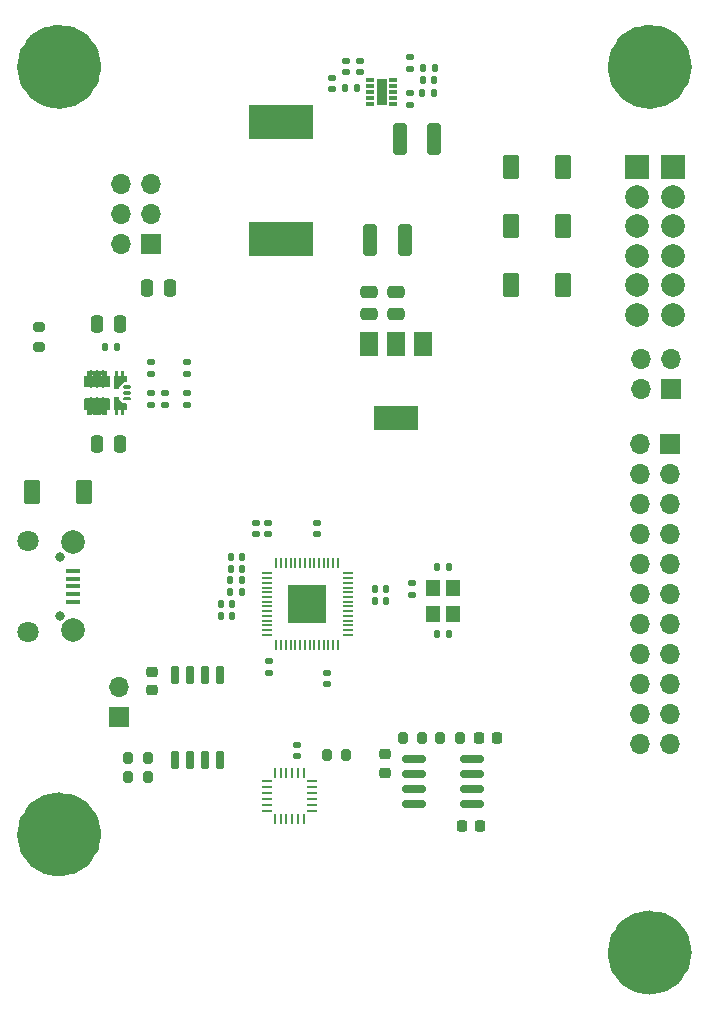
<source format=gts>
%TF.GenerationSoftware,KiCad,Pcbnew,7.0.9*%
%TF.CreationDate,2025-04-01T16:19:29-06:00*%
%TF.ProjectId,Power_Supply_Brain,506f7765-725f-4537-9570-706c795f4272,rev?*%
%TF.SameCoordinates,Original*%
%TF.FileFunction,Soldermask,Top*%
%TF.FilePolarity,Negative*%
%FSLAX46Y46*%
G04 Gerber Fmt 4.6, Leading zero omitted, Abs format (unit mm)*
G04 Created by KiCad (PCBNEW 7.0.9) date 2025-04-01 16:19:29*
%MOMM*%
%LPD*%
G01*
G04 APERTURE LIST*
G04 Aperture macros list*
%AMRoundRect*
0 Rectangle with rounded corners*
0 $1 Rounding radius*
0 $2 $3 $4 $5 $6 $7 $8 $9 X,Y pos of 4 corners*
0 Add a 4 corners polygon primitive as box body*
4,1,4,$2,$3,$4,$5,$6,$7,$8,$9,$2,$3,0*
0 Add four circle primitives for the rounded corners*
1,1,$1+$1,$2,$3*
1,1,$1+$1,$4,$5*
1,1,$1+$1,$6,$7*
1,1,$1+$1,$8,$9*
0 Add four rect primitives between the rounded corners*
20,1,$1+$1,$2,$3,$4,$5,0*
20,1,$1+$1,$4,$5,$6,$7,0*
20,1,$1+$1,$6,$7,$8,$9,0*
20,1,$1+$1,$8,$9,$2,$3,0*%
G04 Aperture macros list end*
%ADD10C,3.575000*%
%ADD11RoundRect,0.140000X0.170000X-0.140000X0.170000X0.140000X-0.170000X0.140000X-0.170000X-0.140000X0*%
%ADD12RoundRect,0.140000X0.140000X0.170000X-0.140000X0.170000X-0.140000X-0.170000X0.140000X-0.170000X0*%
%ADD13RoundRect,0.250000X-0.250000X-0.475000X0.250000X-0.475000X0.250000X0.475000X-0.250000X0.475000X0*%
%ADD14RoundRect,0.050000X0.050000X-0.387500X0.050000X0.387500X-0.050000X0.387500X-0.050000X-0.387500X0*%
%ADD15RoundRect,0.050000X0.387500X-0.050000X0.387500X0.050000X-0.387500X0.050000X-0.387500X-0.050000X0*%
%ADD16R,3.200000X3.200000*%
%ADD17RoundRect,0.250000X0.250000X0.475000X-0.250000X0.475000X-0.250000X-0.475000X0.250000X-0.475000X0*%
%ADD18RoundRect,0.135000X0.185000X-0.135000X0.185000X0.135000X-0.185000X0.135000X-0.185000X-0.135000X0*%
%ADD19RoundRect,0.225000X-0.250000X0.225000X-0.250000X-0.225000X0.250000X-0.225000X0.250000X0.225000X0*%
%ADD20RoundRect,0.150000X0.150000X-0.650000X0.150000X0.650000X-0.150000X0.650000X-0.150000X-0.650000X0*%
%ADD21RoundRect,0.225000X0.250000X-0.225000X0.250000X0.225000X-0.250000X0.225000X-0.250000X-0.225000X0*%
%ADD22RoundRect,0.135000X-0.135000X-0.185000X0.135000X-0.185000X0.135000X0.185000X-0.135000X0.185000X0*%
%ADD23RoundRect,0.200000X0.200000X0.275000X-0.200000X0.275000X-0.200000X-0.275000X0.200000X-0.275000X0*%
%ADD24RoundRect,0.250000X0.475000X-0.250000X0.475000X0.250000X-0.475000X0.250000X-0.475000X-0.250000X0*%
%ADD25R,1.700000X1.700000*%
%ADD26O,1.700000X1.700000*%
%ADD27R,1.500000X2.000000*%
%ADD28R,3.800000X2.000000*%
%ADD29RoundRect,0.250000X-0.450000X-0.800000X0.450000X-0.800000X0.450000X0.800000X-0.450000X0.800000X0*%
%ADD30RoundRect,0.135000X0.135000X0.185000X-0.135000X0.185000X-0.135000X-0.185000X0.135000X-0.185000X0*%
%ADD31RoundRect,0.200000X-0.200000X-0.275000X0.200000X-0.275000X0.200000X0.275000X-0.200000X0.275000X0*%
%ADD32C,0.800000*%
%ADD33R,1.300000X0.450000*%
%ADD34C,1.800000*%
%ADD35C,2.000000*%
%ADD36RoundRect,0.140000X-0.140000X-0.170000X0.140000X-0.170000X0.140000X0.170000X-0.140000X0.170000X0*%
%ADD37R,1.200000X1.400000*%
%ADD38RoundRect,0.135000X-0.185000X0.135000X-0.185000X-0.135000X0.185000X-0.135000X0.185000X0.135000X0*%
%ADD39R,5.400000X2.900000*%
%ADD40RoundRect,0.250000X-0.325000X-1.100000X0.325000X-1.100000X0.325000X1.100000X-0.325000X1.100000X0*%
%ADD41RoundRect,0.200000X0.275000X-0.200000X0.275000X0.200000X-0.275000X0.200000X-0.275000X-0.200000X0*%
%ADD42RoundRect,0.250000X0.325000X1.100000X-0.325000X1.100000X-0.325000X-1.100000X0.325000X-1.100000X0*%
%ADD43RoundRect,0.140000X-0.170000X0.140000X-0.170000X-0.140000X0.170000X-0.140000X0.170000X0.140000X0*%
%ADD44RoundRect,0.225000X0.225000X0.250000X-0.225000X0.250000X-0.225000X-0.250000X0.225000X-0.250000X0*%
%ADD45RoundRect,0.150000X-0.825000X-0.150000X0.825000X-0.150000X0.825000X0.150000X-0.825000X0.150000X0*%
%ADD46RoundRect,0.062500X-0.375000X-0.062500X0.375000X-0.062500X0.375000X0.062500X-0.375000X0.062500X0*%
%ADD47RoundRect,0.062500X-0.062500X-0.375000X0.062500X-0.375000X0.062500X0.375000X-0.062500X0.375000X0*%
%ADD48C,0.499999*%
%ADD49RoundRect,0.225000X-0.225000X-0.250000X0.225000X-0.250000X0.225000X0.250000X-0.225000X0.250000X0*%
%ADD50RoundRect,0.045000X0.305000X0.105000X-0.305000X0.105000X-0.305000X-0.105000X0.305000X-0.105000X0*%
%ADD51RoundRect,0.008000X0.392000X1.032000X-0.392000X1.032000X-0.392000X-1.032000X0.392000X-1.032000X0*%
%ADD52R,2.000000X2.000000*%
G04 APERTURE END LIST*
D10*
X176287500Y-140500000D02*
G75*
G03*
X176287500Y-140500000I-1787500J0D01*
G01*
X176287500Y-65500000D02*
G75*
G03*
X176287500Y-65500000I-1787500J0D01*
G01*
X126287500Y-65500000D02*
G75*
G03*
X126287500Y-65500000I-1787500J0D01*
G01*
X126287500Y-130500000D02*
G75*
G03*
X126287500Y-130500000I-1787500J0D01*
G01*
%TO.C,U3*%
G36*
X130625001Y-92540001D02*
G01*
X130625001Y-92660001D01*
X130525001Y-92760001D01*
X130024999Y-92760001D01*
X129924999Y-92660001D01*
X129924999Y-92540001D01*
X130024999Y-92439999D01*
X130525001Y-92439999D01*
X130625001Y-92540001D01*
G37*
G36*
X130625001Y-93040000D02*
G01*
X130625001Y-93160000D01*
X130525001Y-93260000D01*
X130024999Y-93260000D01*
X129924999Y-93160000D01*
X129924999Y-93040000D01*
X130024999Y-92940000D01*
X130525001Y-92940000D01*
X130625001Y-93040000D01*
G37*
G36*
X130625001Y-93539999D02*
G01*
X130625001Y-93659999D01*
X130525001Y-93760001D01*
X130024999Y-93760001D01*
X129924999Y-93659999D01*
X129924999Y-93539999D01*
X130024999Y-93439999D01*
X130525001Y-93439999D01*
X130625001Y-93539999D01*
G37*
G36*
X129499999Y-91300001D02*
G01*
X129499999Y-91600000D01*
X129549999Y-91650000D01*
X129699999Y-91650000D01*
X129750001Y-91600000D01*
X129750001Y-91300001D01*
X129800001Y-91250001D01*
X129950001Y-91250001D01*
X130000001Y-91300001D01*
X130000001Y-91600000D01*
X130050000Y-91650000D01*
X130174999Y-91650000D01*
X130224999Y-91700000D01*
X130224999Y-92175001D01*
X130174999Y-92225000D01*
X129967999Y-92225000D01*
X129932000Y-92239999D01*
X129585000Y-92587001D01*
X129569999Y-92623001D01*
X129569999Y-92710001D01*
X129519999Y-92760003D01*
X129200000Y-92760001D01*
X129150000Y-92710001D01*
X129150000Y-91700000D01*
X129200000Y-91650000D01*
X129250000Y-91600000D01*
X129250000Y-91300001D01*
X129299999Y-91250001D01*
X129449999Y-91250001D01*
X129499999Y-91300001D01*
G37*
G36*
X129569999Y-93489999D02*
G01*
X129569999Y-93576999D01*
X129585000Y-93612999D01*
X129932000Y-93960001D01*
X129967999Y-93975000D01*
X130174999Y-93975000D01*
X130224999Y-94024999D01*
X130224999Y-94500000D01*
X130174999Y-94550000D01*
X130050000Y-94550000D01*
X130000001Y-94600000D01*
X130000001Y-94899999D01*
X129950001Y-94949999D01*
X129800001Y-94949999D01*
X129750001Y-94899999D01*
X129750001Y-94600000D01*
X129699999Y-94550000D01*
X129549999Y-94550000D01*
X129499999Y-94600000D01*
X129499999Y-94899999D01*
X129449999Y-94949999D01*
X129299999Y-94949999D01*
X129250000Y-94899999D01*
X129250000Y-94600000D01*
X129200000Y-94550000D01*
X129150000Y-94500000D01*
X129150000Y-93489999D01*
X129200000Y-93439999D01*
X129519999Y-93439997D01*
X129569999Y-93489999D01*
G37*
G36*
X128584997Y-91300001D02*
G01*
X128585000Y-91600000D01*
X128634999Y-91650000D01*
X128750001Y-91650000D01*
X128799998Y-91700000D01*
X128800000Y-92599998D01*
X128750001Y-92650001D01*
X126650002Y-92650001D01*
X126600000Y-92600001D01*
X126600000Y-91700000D01*
X126650002Y-91650000D01*
X126785001Y-91650000D01*
X126835001Y-91600000D01*
X126835001Y-91300001D01*
X126885000Y-91250001D01*
X127035000Y-91250001D01*
X127085000Y-91300001D01*
X127085000Y-91600000D01*
X127135000Y-91650000D01*
X127285000Y-91650000D01*
X127335000Y-91600000D01*
X127335000Y-91300001D01*
X127384999Y-91250001D01*
X127534999Y-91250001D01*
X127585002Y-91300001D01*
X127585002Y-91600000D01*
X127634999Y-91650000D01*
X127785001Y-91650000D01*
X127835001Y-91600000D01*
X127835001Y-91300001D01*
X127885001Y-91250001D01*
X128035001Y-91250001D01*
X128085001Y-91300001D01*
X128085001Y-91600000D01*
X128135003Y-91650000D01*
X128285000Y-91650000D01*
X128335003Y-91600000D01*
X128335000Y-91300001D01*
X128384997Y-91250001D01*
X128535000Y-91249999D01*
X128584997Y-91300001D01*
G37*
G36*
X128800000Y-93600002D02*
G01*
X128799998Y-94499997D01*
X128750001Y-94550000D01*
X128634999Y-94550000D01*
X128585000Y-94600000D01*
X128584997Y-94899999D01*
X128535000Y-94950001D01*
X128384997Y-94949999D01*
X128335000Y-94899999D01*
X128335005Y-94600000D01*
X128285000Y-94550000D01*
X128135003Y-94550000D01*
X128085001Y-94600000D01*
X128085001Y-94899999D01*
X128035001Y-94949999D01*
X127885001Y-94949999D01*
X127835001Y-94899999D01*
X127835001Y-94600000D01*
X127784999Y-94550000D01*
X127635001Y-94550000D01*
X127584999Y-94600000D01*
X127585002Y-94899999D01*
X127534999Y-94949999D01*
X127384999Y-94949999D01*
X127335000Y-94899999D01*
X127335000Y-94600000D01*
X127285000Y-94550000D01*
X127135000Y-94550000D01*
X127085000Y-94600000D01*
X127085000Y-94899999D01*
X127035000Y-94949999D01*
X126885000Y-94949999D01*
X126835001Y-94900001D01*
X126835001Y-94600000D01*
X126785001Y-94550000D01*
X126650002Y-94550000D01*
X126600000Y-94500000D01*
X126600000Y-93599996D01*
X126650002Y-93549999D01*
X128750001Y-93549999D01*
X128800000Y-93600002D01*
G37*
%TD*%
D11*
%TO.C,C25*%
X144600000Y-123880000D03*
X144600000Y-122920000D03*
%TD*%
D12*
%TO.C,C14*%
X156260000Y-66650000D03*
X155300000Y-66650000D03*
%TD*%
D13*
%TO.C,C33*%
X127750000Y-97450000D03*
X129650000Y-97450000D03*
%TD*%
D12*
%TO.C,C18*%
X129380000Y-89250000D03*
X128420000Y-89250000D03*
%TD*%
D14*
%TO.C,U2*%
X142900000Y-114437500D03*
X143300000Y-114437500D03*
X143700000Y-114437500D03*
X144100000Y-114437500D03*
X144500000Y-114437500D03*
X144900000Y-114437500D03*
X145300000Y-114437500D03*
X145700000Y-114437500D03*
X146100000Y-114437500D03*
X146500000Y-114437500D03*
X146900000Y-114437500D03*
X147300000Y-114437500D03*
X147700000Y-114437500D03*
X148100000Y-114437500D03*
D15*
X148937500Y-113600000D03*
X148937500Y-113200000D03*
X148937500Y-112800000D03*
X148937500Y-112400000D03*
X148937500Y-112000000D03*
X148937500Y-111600000D03*
X148937500Y-111200000D03*
X148937500Y-110800000D03*
X148937500Y-110400000D03*
X148937500Y-110000000D03*
X148937500Y-109600000D03*
X148937500Y-109200000D03*
X148937500Y-108800000D03*
X148937500Y-108400000D03*
D14*
X148100000Y-107562500D03*
X147700000Y-107562500D03*
X147300000Y-107562500D03*
X146900000Y-107562500D03*
X146500000Y-107562500D03*
X146100000Y-107562500D03*
X145700000Y-107562500D03*
X145300000Y-107562500D03*
X144900000Y-107562500D03*
X144500000Y-107562500D03*
X144100000Y-107562500D03*
X143700000Y-107562500D03*
X143300000Y-107562500D03*
X142900000Y-107562500D03*
D15*
X142062500Y-108400000D03*
X142062500Y-108800000D03*
X142062500Y-109200000D03*
X142062500Y-109600000D03*
X142062500Y-110000000D03*
X142062500Y-110400000D03*
X142062500Y-110800000D03*
X142062500Y-111200000D03*
X142062500Y-111600000D03*
X142062500Y-112000000D03*
X142062500Y-112400000D03*
X142062500Y-112800000D03*
X142062500Y-113200000D03*
X142062500Y-113600000D03*
D16*
X145500000Y-111000000D03*
%TD*%
D17*
%TO.C,C15*%
X133850000Y-84200000D03*
X131950000Y-84200000D03*
%TD*%
D12*
%TO.C,C7*%
X139180000Y-111000000D03*
X138220000Y-111000000D03*
%TD*%
D11*
%TO.C,C3*%
X146325000Y-105105000D03*
X146325000Y-104145000D03*
%TD*%
D18*
%TO.C,R27*%
X154400000Y-110210000D03*
X154400000Y-109190000D03*
%TD*%
D19*
%TO.C,C19*%
X132400000Y-116725000D03*
X132400000Y-118275000D03*
%TD*%
D20*
%TO.C,U4*%
X134295000Y-124200000D03*
X135565000Y-124200000D03*
X136835000Y-124200000D03*
X138105000Y-124200000D03*
X138105000Y-117000000D03*
X136835000Y-117000000D03*
X135565000Y-117000000D03*
X134295000Y-117000000D03*
%TD*%
D18*
%TO.C,R35*%
X132300000Y-91560000D03*
X132300000Y-90540000D03*
%TD*%
D11*
%TO.C,C32*%
X133500000Y-94130000D03*
X133500000Y-93170000D03*
%TD*%
%TO.C,C1*%
X141200000Y-105080000D03*
X141200000Y-104120000D03*
%TD*%
D21*
%TO.C,C27*%
X152095000Y-125275000D03*
X152095000Y-123725000D03*
%TD*%
D22*
%TO.C,R15*%
X155190000Y-67700000D03*
X156210000Y-67700000D03*
%TD*%
D23*
%TO.C,R31*%
X148825000Y-123800000D03*
X147175000Y-123800000D03*
%TD*%
D18*
%TO.C,R14*%
X154200000Y-68710000D03*
X154200000Y-67690000D03*
%TD*%
D24*
%TO.C,C23*%
X153000000Y-86450000D03*
X153000000Y-84550000D03*
%TD*%
D25*
%TO.C,J1*%
X132300000Y-80500000D03*
D26*
X129760000Y-80500000D03*
X132300000Y-77960000D03*
X129760000Y-77960000D03*
X132300000Y-75420000D03*
X129760000Y-75420000D03*
%TD*%
D27*
%TO.C,U5*%
X155300000Y-88950000D03*
X153000000Y-88950000D03*
D28*
X153000000Y-95250000D03*
D27*
X150700000Y-88950000D03*
%TD*%
D12*
%TO.C,C20*%
X157480000Y-113500000D03*
X156520000Y-113500000D03*
%TD*%
D29*
%TO.C,D3*%
X162800000Y-84000000D03*
X167200000Y-84000000D03*
%TD*%
D12*
%TO.C,C10*%
X139180000Y-112000000D03*
X138220000Y-112000000D03*
%TD*%
D30*
%TO.C,R13*%
X156310000Y-65600000D03*
X155290000Y-65600000D03*
%TD*%
D11*
%TO.C,C2*%
X142200000Y-105080000D03*
X142200000Y-104120000D03*
%TD*%
D31*
%TO.C,R24*%
X130375000Y-125600000D03*
X132025000Y-125600000D03*
%TD*%
D18*
%TO.C,R34*%
X132300000Y-94160000D03*
X132300000Y-93140000D03*
%TD*%
D32*
%TO.C,J3*%
X124600000Y-107000000D03*
X124600000Y-112000000D03*
D33*
X125700000Y-108200000D03*
X125700000Y-108850000D03*
X125700000Y-109500000D03*
X125700000Y-110150000D03*
X125700000Y-110800000D03*
D34*
X121850000Y-105625000D03*
D35*
X125650000Y-105775000D03*
X125650000Y-113225000D03*
D34*
X121850000Y-113375000D03*
%TD*%
D36*
%TO.C,C4*%
X151220000Y-110700000D03*
X152180000Y-110700000D03*
%TD*%
D30*
%TO.C,R21*%
X149710000Y-67300000D03*
X148690000Y-67300000D03*
%TD*%
D23*
%TO.C,R20*%
X155225000Y-122300000D03*
X153575000Y-122300000D03*
%TD*%
D37*
%TO.C,Y1*%
X157850000Y-111800000D03*
X157850000Y-109600000D03*
X156150000Y-109600000D03*
X156150000Y-111800000D03*
%TD*%
D38*
%TO.C,R32*%
X135300000Y-90540000D03*
X135300000Y-91560000D03*
%TD*%
%TO.C,R33*%
X135300000Y-93140000D03*
X135300000Y-94160000D03*
%TD*%
D36*
%TO.C,C21*%
X156520000Y-107900000D03*
X157480000Y-107900000D03*
%TD*%
D24*
%TO.C,C22*%
X150700000Y-86450000D03*
X150700000Y-84550000D03*
%TD*%
D22*
%TO.C,R5*%
X138990000Y-109000000D03*
X140010000Y-109000000D03*
%TD*%
D39*
%TO.C,L1*%
X143300000Y-70200000D03*
X143300000Y-80100000D03*
%TD*%
D11*
%TO.C,C30*%
X148800000Y-65980000D03*
X148800000Y-65020000D03*
%TD*%
D29*
%TO.C,D4*%
X122200000Y-101505000D03*
X126600000Y-101505000D03*
%TD*%
D40*
%TO.C,C13*%
X153325000Y-71650000D03*
X156275000Y-71650000D03*
%TD*%
D18*
%TO.C,R16*%
X154200000Y-65710000D03*
X154200000Y-64690000D03*
%TD*%
D41*
%TO.C,R18*%
X122800000Y-89225000D03*
X122800000Y-87575000D03*
%TD*%
D42*
%TO.C,C12*%
X153775000Y-80150000D03*
X150825000Y-80150000D03*
%TD*%
D23*
%TO.C,R19*%
X158425000Y-122300000D03*
X156775000Y-122300000D03*
%TD*%
D43*
%TO.C,C5*%
X147200000Y-116820000D03*
X147200000Y-117780000D03*
%TD*%
D23*
%TO.C,R25*%
X132025000Y-124000000D03*
X130375000Y-124000000D03*
%TD*%
D44*
%TO.C,C28*%
X160175000Y-129800000D03*
X158625000Y-129800000D03*
%TD*%
D43*
%TO.C,C16*%
X150000000Y-65020000D03*
X150000000Y-65980000D03*
%TD*%
D12*
%TO.C,C9*%
X139980000Y-108000000D03*
X139020000Y-108000000D03*
%TD*%
D22*
%TO.C,R4*%
X138990000Y-110000000D03*
X140010000Y-110000000D03*
%TD*%
D45*
%TO.C,U7*%
X154525000Y-124095000D03*
X154525000Y-125365000D03*
X154525000Y-126635000D03*
X154525000Y-127905000D03*
X159475000Y-127905000D03*
X159475000Y-126635000D03*
X159475000Y-125365000D03*
X159475000Y-124095000D03*
%TD*%
D11*
%TO.C,C31*%
X147600000Y-67380000D03*
X147600000Y-66420000D03*
%TD*%
D25*
%TO.C,J4*%
X129600000Y-120540000D03*
D26*
X129600000Y-118000000D03*
%TD*%
D46*
%TO.C,U6*%
X142062500Y-126000000D03*
X142062500Y-126500000D03*
X142062500Y-127000000D03*
X142062500Y-127500000D03*
X142062500Y-128000000D03*
X142062500Y-128500000D03*
D47*
X142750000Y-129187500D03*
X143250000Y-129187500D03*
X143750000Y-129187500D03*
X144250000Y-129187500D03*
X144750000Y-129187500D03*
X145250000Y-129187500D03*
D46*
X145937500Y-128500000D03*
X145937500Y-128000000D03*
X145937500Y-127500000D03*
X145937500Y-127000000D03*
X145937500Y-126500000D03*
X145937500Y-126000000D03*
D47*
X145250000Y-125312500D03*
X144750000Y-125312500D03*
X144250000Y-125312500D03*
X143750000Y-125312500D03*
X143250000Y-125312500D03*
X142750000Y-125312500D03*
%TD*%
D29*
%TO.C,D1*%
X162800000Y-74000000D03*
X167200000Y-74000000D03*
%TD*%
D12*
%TO.C,C8*%
X139980000Y-107000000D03*
X139020000Y-107000000D03*
%TD*%
D48*
%TO.C,U3*%
X128209999Y-91450001D03*
X127710000Y-91450001D03*
X127210001Y-91450001D03*
X128209999Y-94749999D03*
X127710000Y-94749999D03*
X127210001Y-94749999D03*
X128209999Y-92449999D03*
X127710000Y-92449999D03*
X127210001Y-92449999D03*
X128209999Y-93750001D03*
X127710000Y-93750001D03*
X127210001Y-93750001D03*
%TD*%
D17*
%TO.C,C17*%
X129650000Y-87250000D03*
X127750000Y-87250000D03*
%TD*%
D49*
%TO.C,C29*%
X160025000Y-122300000D03*
X161575000Y-122300000D03*
%TD*%
D50*
%TO.C,U1*%
X152800000Y-68650000D03*
X152800000Y-68150000D03*
X152800000Y-67650000D03*
X152800000Y-67150000D03*
X152800000Y-66650000D03*
X150820000Y-66650000D03*
X150820000Y-67150000D03*
X150820000Y-67650000D03*
D51*
X151810000Y-67650000D03*
D50*
X150820000Y-68150000D03*
X150820000Y-68650000D03*
%TD*%
D29*
%TO.C,D2*%
X162800000Y-79000000D03*
X167200000Y-79000000D03*
%TD*%
D36*
%TO.C,C11*%
X151220000Y-109700000D03*
X152180000Y-109700000D03*
%TD*%
D43*
%TO.C,C6*%
X142300000Y-115845000D03*
X142300000Y-116805000D03*
%TD*%
D25*
%TO.C,J2*%
X176275000Y-92775000D03*
D26*
X176275000Y-90235000D03*
X173735000Y-92775000D03*
X173735000Y-90235000D03*
%TD*%
D52*
%TO.C,J5*%
X176500000Y-74000000D03*
X173400000Y-74000000D03*
D35*
X176500000Y-76500000D03*
X173400000Y-76500000D03*
X176500000Y-79000000D03*
X173400000Y-79000000D03*
X176500000Y-81500000D03*
X173400000Y-81500000D03*
X176500000Y-84000000D03*
X173400000Y-84000000D03*
X176500000Y-86500000D03*
X173400000Y-86500000D03*
%TD*%
D25*
%TO.C,J6*%
X176250000Y-97420000D03*
D26*
X173710000Y-97420000D03*
X176250000Y-99960000D03*
X173710000Y-99960000D03*
X176250000Y-102500000D03*
X173710000Y-102500000D03*
X176250000Y-105040000D03*
X173710000Y-105040000D03*
X176250000Y-107580000D03*
X173710000Y-107580000D03*
X176250000Y-110120000D03*
X173710000Y-110120000D03*
X176250000Y-112660000D03*
X173710000Y-112660000D03*
X176250000Y-115200000D03*
X173710000Y-115200000D03*
X176250000Y-117740000D03*
X173710000Y-117740000D03*
X176250000Y-120280000D03*
X173710000Y-120280000D03*
X176250000Y-122820000D03*
X173710000Y-122820000D03*
%TD*%
M02*

</source>
